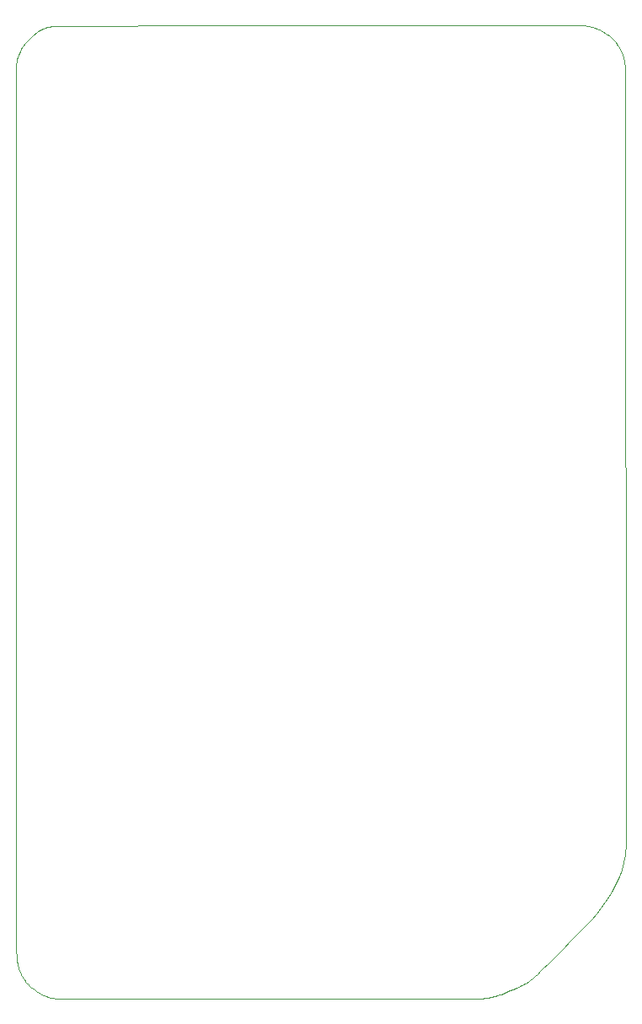
<source format=gbr>
%TF.GenerationSoftware,KiCad,Pcbnew,9.0.2*%
%TF.CreationDate,2025-07-04T19:57:49+05:30*%
%TF.ProjectId,clackade,636c6163-6b61-4646-952e-6b696361645f,rev?*%
%TF.SameCoordinates,Original*%
%TF.FileFunction,Profile,NP*%
%FSLAX46Y46*%
G04 Gerber Fmt 4.6, Leading zero omitted, Abs format (unit mm)*
G04 Created by KiCad (PCBNEW 9.0.2) date 2025-07-04 19:57:49*
%MOMM*%
%LPD*%
G01*
G04 APERTURE LIST*
%TA.AperFunction,Profile*%
%ADD10C,0.100000*%
%TD*%
G04 APERTURE END LIST*
D10*
X123299313Y-60746843D02*
X123567182Y-60758247D01*
X123825805Y-60778165D01*
X124075956Y-60807008D01*
X124318409Y-60845182D01*
X124436989Y-60867896D01*
X124553935Y-60893097D01*
X124669342Y-60920834D01*
X124783307Y-60951160D01*
X124895928Y-60984126D01*
X125007300Y-61019782D01*
X125117521Y-61058179D01*
X125226686Y-61099369D01*
X125334780Y-61143376D01*
X125441879Y-61190210D01*
X125548085Y-61239912D01*
X125653498Y-61292521D01*
X125758219Y-61348077D01*
X125862350Y-61406618D01*
X125965991Y-61468187D01*
X126069242Y-61532821D01*
X126172206Y-61600560D01*
X126274982Y-61671445D01*
X126377672Y-61745515D01*
X126480376Y-61822810D01*
X126583196Y-61903369D01*
X126686233Y-61987232D01*
X126789586Y-62074439D01*
X126893358Y-62165030D01*
X127004841Y-62265344D01*
X127012632Y-62272474D01*
X127018963Y-62280558D01*
X127171326Y-62482583D01*
X127310167Y-62677739D01*
X127374670Y-62773211D01*
X127435977Y-62867529D01*
X127494149Y-62960881D01*
X127549247Y-63053456D01*
X127601333Y-63145441D01*
X127650468Y-63237024D01*
X127696713Y-63328394D01*
X127740130Y-63419738D01*
X127780780Y-63511243D01*
X127818724Y-63603099D01*
X127854025Y-63695492D01*
X127886742Y-63788612D01*
X127916955Y-63882487D01*
X127944663Y-63977262D01*
X127969946Y-64073119D01*
X127992884Y-64170238D01*
X128013554Y-64268801D01*
X128032038Y-64368990D01*
X128048415Y-64470984D01*
X128062764Y-64574966D01*
X128075164Y-64681117D01*
X128085696Y-64789618D01*
X128101471Y-65014395D01*
X128110726Y-65250746D01*
X128114096Y-65500123D01*
X128117991Y-66352324D01*
X128117991Y-66352787D01*
X128118230Y-67292716D01*
X128121395Y-68288242D01*
X128121395Y-68288485D01*
X128126997Y-71030963D01*
X128133566Y-73986431D01*
X128146467Y-81128471D01*
X128149387Y-83145933D01*
X128163748Y-95676142D01*
X128165938Y-98579131D01*
X128166430Y-99307922D01*
X128187845Y-110988999D01*
X128205133Y-122984333D01*
X128208291Y-126351270D01*
X128216812Y-129717967D01*
X128223628Y-135455052D01*
X128223691Y-136917225D01*
X128229229Y-138379214D01*
X128233337Y-139721260D01*
X128229959Y-141063127D01*
X128232088Y-141771712D01*
X128238964Y-142481023D01*
X128238964Y-142483466D01*
X128227634Y-142909040D01*
X128201663Y-143323973D01*
X128161446Y-143728664D01*
X128107377Y-144123516D01*
X127959261Y-144885306D01*
X127760466Y-145612554D01*
X127514147Y-146308469D01*
X127223456Y-146976263D01*
X126891546Y-147619145D01*
X126521571Y-148240327D01*
X126116684Y-148843019D01*
X125680038Y-149430431D01*
X125214786Y-150005774D01*
X124724081Y-150572258D01*
X124211076Y-151133094D01*
X123678925Y-151691493D01*
X122569796Y-152813820D01*
X122569764Y-152813790D01*
X122569733Y-152813760D01*
X122569702Y-152813730D01*
X122569672Y-152813699D01*
X122569611Y-152813637D01*
X122569550Y-152813574D01*
X121910104Y-153479536D01*
X121253395Y-154148968D01*
X121253335Y-154149088D01*
X121253274Y-154149206D01*
X121253150Y-154149445D01*
X120332147Y-155077509D01*
X119951171Y-155457066D01*
X119614289Y-155787065D01*
X119314810Y-156072576D01*
X119046040Y-156318668D01*
X118801290Y-156530409D01*
X118573865Y-156712870D01*
X118463377Y-156795569D01*
X118354730Y-156872764D01*
X118247099Y-156945109D01*
X118139660Y-157013255D01*
X118031589Y-157077855D01*
X117922062Y-157139562D01*
X117810255Y-157199028D01*
X117695344Y-157256906D01*
X117576505Y-157313848D01*
X117452915Y-157370508D01*
X117188181Y-157485587D01*
X116894551Y-157607365D01*
X116565433Y-157741061D01*
X115676232Y-158114460D01*
X115674288Y-158115436D01*
X115671849Y-158116173D01*
X115483583Y-158183244D01*
X115296686Y-158243972D01*
X115110876Y-158298620D01*
X114925873Y-158347449D01*
X114741396Y-158390723D01*
X114557165Y-158428704D01*
X114372899Y-158461656D01*
X114188318Y-158489841D01*
X114003140Y-158513523D01*
X113817086Y-158532963D01*
X113441224Y-158560170D01*
X113058487Y-158573566D01*
X112666631Y-158575254D01*
X112117725Y-158579142D01*
X112117483Y-158579142D01*
X111213615Y-158581064D01*
X110310114Y-158579142D01*
X109009050Y-158584498D01*
X109008805Y-158584498D01*
X105483648Y-158586933D01*
X102538795Y-158589130D01*
X95589979Y-158589376D01*
X88426493Y-158596430D01*
X82269050Y-158602270D01*
X78594749Y-158605927D01*
X76867293Y-158608355D01*
X75139620Y-158604460D01*
X74507296Y-158604460D01*
X73874754Y-158606650D01*
X73009000Y-158607658D01*
X72143721Y-158603007D01*
X71641455Y-158609815D01*
X71639532Y-158610061D01*
X71637877Y-158609815D01*
X71367308Y-158599794D01*
X71106136Y-158578165D01*
X70853686Y-158544981D01*
X70609286Y-158500295D01*
X70372262Y-158444161D01*
X70141939Y-158376631D01*
X69917645Y-158297759D01*
X69698706Y-158207598D01*
X69484447Y-158106200D01*
X69274197Y-157993620D01*
X69067280Y-157869910D01*
X68863024Y-157735123D01*
X68660755Y-157589312D01*
X68459798Y-157432531D01*
X68259481Y-157264832D01*
X68059131Y-157086269D01*
X68051288Y-157079215D01*
X68045107Y-157071185D01*
X67884587Y-156857553D01*
X67810213Y-156753692D01*
X67739647Y-156651529D01*
X67672803Y-156550860D01*
X67609592Y-156451479D01*
X67549929Y-156353183D01*
X67493725Y-156255768D01*
X67440894Y-156159028D01*
X67391349Y-156062761D01*
X67345003Y-155966760D01*
X67301768Y-155870823D01*
X67261558Y-155774744D01*
X67224285Y-155678320D01*
X67189863Y-155581346D01*
X67158204Y-155483618D01*
X67129321Y-155385306D01*
X67103056Y-155286042D01*
X67079302Y-155185630D01*
X67057956Y-155083877D01*
X67038910Y-154980588D01*
X67022061Y-154875568D01*
X67007302Y-154768624D01*
X66994528Y-154659560D01*
X66974515Y-154434299D01*
X66961178Y-154198229D01*
X66953673Y-153949796D01*
X66951159Y-153687445D01*
X66948306Y-152724734D01*
X66948306Y-152724488D01*
X66949019Y-151660759D01*
X66946880Y-150535445D01*
X66944265Y-147434804D01*
X66940222Y-144094154D01*
X66934519Y-136785814D01*
X66931666Y-132224426D01*
X66925247Y-119600838D01*
X66925247Y-118784660D01*
X66925009Y-117966051D01*
X66924773Y-116324205D01*
X66924534Y-115501703D01*
X66913600Y-102301705D01*
X66904567Y-88756784D01*
X66898386Y-81149161D01*
X66895533Y-74671284D01*
X66895772Y-73018460D01*
X66892919Y-71365661D01*
X66890649Y-69852601D01*
X66892919Y-68339579D01*
X66892681Y-67792134D01*
X66890541Y-67244933D01*
X66889668Y-66500368D01*
X66892681Y-65756368D01*
X66892206Y-64921302D01*
X66892206Y-64913927D01*
X66892919Y-64906795D01*
X66926740Y-64664879D01*
X66969759Y-64430634D01*
X67022104Y-64203772D01*
X67083906Y-63984007D01*
X67155293Y-63771049D01*
X67236395Y-63564613D01*
X67327341Y-63364410D01*
X67428259Y-63170153D01*
X67539280Y-62981554D01*
X67660533Y-62798325D01*
X67792146Y-62620179D01*
X67934250Y-62446828D01*
X68086972Y-62277985D01*
X68250443Y-62113362D01*
X68424792Y-61952671D01*
X68610148Y-61795626D01*
X69042544Y-61434541D01*
X69046584Y-61430975D01*
X69051112Y-61428123D01*
X69149568Y-61362178D01*
X69248695Y-61301129D01*
X69448872Y-61192986D01*
X69651447Y-61102223D01*
X69856229Y-61027371D01*
X70063025Y-60966958D01*
X70271640Y-60919516D01*
X70481883Y-60883573D01*
X70693560Y-60857661D01*
X70906477Y-60840308D01*
X71120443Y-60830046D01*
X71550744Y-60824910D01*
X72415422Y-60835033D01*
X73088153Y-60832180D01*
X75330020Y-60827901D01*
X75330020Y-60827665D01*
X76933624Y-60822911D01*
X81297283Y-60814114D01*
X84022405Y-60809837D01*
X92056300Y-60800091D01*
X93526291Y-60798900D01*
X94017994Y-60798664D01*
X101900311Y-60782499D01*
X109994889Y-60769186D01*
X114538505Y-60760392D01*
X116676069Y-60755190D01*
X118813632Y-60756112D01*
X119597554Y-60755032D01*
X120381479Y-60751359D01*
X120917724Y-60749219D01*
X121720603Y-60749302D01*
X122523298Y-60752072D01*
X123149611Y-60743990D01*
X123152289Y-60743990D01*
X123299313Y-60746843D01*
M02*

</source>
